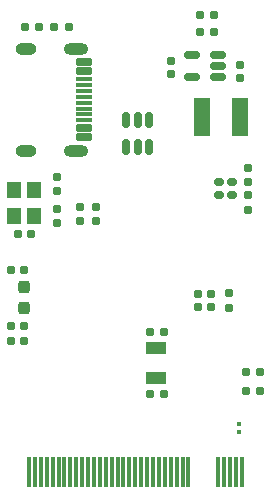
<source format=gbr>
%TF.GenerationSoftware,KiCad,Pcbnew,9.0.0*%
%TF.CreationDate,2025-02-28T21:47:31+01:00*%
%TF.ProjectId,ESP32S3_M.2_Board,45535033-3253-4335-9f4d-2e325f426f61,rev?*%
%TF.SameCoordinates,Original*%
%TF.FileFunction,Paste,Bot*%
%TF.FilePolarity,Positive*%
%FSLAX46Y46*%
G04 Gerber Fmt 4.6, Leading zero omitted, Abs format (unit mm)*
G04 Created by KiCad (PCBNEW 9.0.0) date 2025-02-28 21:47:31*
%MOMM*%
%LPD*%
G01*
G04 APERTURE LIST*
G04 Aperture macros list*
%AMRoundRect*
0 Rectangle with rounded corners*
0 $1 Rounding radius*
0 $2 $3 $4 $5 $6 $7 $8 $9 X,Y pos of 4 corners*
0 Add a 4 corners polygon primitive as box body*
4,1,4,$2,$3,$4,$5,$6,$7,$8,$9,$2,$3,0*
0 Add four circle primitives for the rounded corners*
1,1,$1+$1,$2,$3*
1,1,$1+$1,$4,$5*
1,1,$1+$1,$6,$7*
1,1,$1+$1,$8,$9*
0 Add four rect primitives between the rounded corners*
20,1,$1+$1,$2,$3,$4,$5,0*
20,1,$1+$1,$4,$5,$6,$7,0*
20,1,$1+$1,$6,$7,$8,$9,0*
20,1,$1+$1,$8,$9,$2,$3,0*%
G04 Aperture macros list end*
%ADD10O,1.800000X1.000000*%
%ADD11RoundRect,0.075000X0.625000X-0.075000X0.625000X0.075000X-0.625000X0.075000X-0.625000X-0.075000X0*%
%ADD12RoundRect,0.150000X0.550000X-0.150000X0.550000X0.150000X-0.550000X0.150000X-0.550000X-0.150000X0*%
%ADD13O,2.100000X1.000000*%
%ADD14R,1.400000X3.300000*%
%ADD15R,0.350000X2.500000*%
%ADD16RoundRect,0.150000X0.512500X0.150000X-0.512500X0.150000X-0.512500X-0.150000X0.512500X-0.150000X0*%
%ADD17R,1.800000X1.000000*%
%ADD18RoundRect,0.160000X-0.197500X-0.160000X0.197500X-0.160000X0.197500X0.160000X-0.197500X0.160000X0*%
%ADD19RoundRect,0.079500X-0.100500X0.079500X-0.100500X-0.079500X0.100500X-0.079500X0.100500X0.079500X0*%
%ADD20RoundRect,0.155000X0.212500X0.155000X-0.212500X0.155000X-0.212500X-0.155000X0.212500X-0.155000X0*%
%ADD21RoundRect,0.155000X-0.155000X0.212500X-0.155000X-0.212500X0.155000X-0.212500X0.155000X0.212500X0*%
%ADD22RoundRect,0.237500X-0.237500X0.287500X-0.237500X-0.287500X0.237500X-0.287500X0.237500X0.287500X0*%
%ADD23RoundRect,0.155000X-0.212500X-0.155000X0.212500X-0.155000X0.212500X0.155000X-0.212500X0.155000X0*%
%ADD24R,1.200000X1.400000*%
%ADD25RoundRect,0.160000X-0.160000X0.197500X-0.160000X-0.197500X0.160000X-0.197500X0.160000X0.197500X0*%
%ADD26RoundRect,0.155000X0.155000X-0.212500X0.155000X0.212500X-0.155000X0.212500X-0.155000X-0.212500X0*%
%ADD27RoundRect,0.160000X0.197500X0.160000X-0.197500X0.160000X-0.197500X-0.160000X0.197500X-0.160000X0*%
%ADD28RoundRect,0.150000X-0.150000X0.512500X-0.150000X-0.512500X0.150000X-0.512500X0.150000X0.512500X0*%
%ADD29RoundRect,0.160000X-0.222500X-0.160000X0.222500X-0.160000X0.222500X0.160000X-0.222500X0.160000X0*%
%ADD30RoundRect,0.160000X0.160000X-0.197500X0.160000X0.197500X-0.160000X0.197500X-0.160000X-0.197500X0*%
G04 APERTURE END LIST*
D10*
%TO.C,J1*%
X219685000Y-104620000D03*
D11*
X224560000Y-101050000D03*
X224560000Y-102050000D03*
X224560000Y-100050000D03*
X224560000Y-101550000D03*
D12*
X224560000Y-97100000D03*
D11*
X224560000Y-99050000D03*
D12*
X224560000Y-97100000D03*
D11*
X224560000Y-100550000D03*
D12*
X224560000Y-97900000D03*
X224560000Y-97900000D03*
D11*
X224560000Y-98550000D03*
X224560000Y-99550000D03*
D12*
X224560000Y-103500000D03*
X224560000Y-102700000D03*
X224560000Y-102700000D03*
X224560000Y-103500000D03*
D13*
X223865000Y-104620000D03*
D10*
X219685000Y-95980000D03*
D13*
X223865000Y-95980000D03*
%TD*%
D14*
%TO.C,L1*%
X237750000Y-101737500D03*
X234550000Y-101737500D03*
%TD*%
D15*
%TO.C,J2*%
X237900000Y-131850000D03*
X237400000Y-131850000D03*
X236900000Y-131850000D03*
X236400000Y-131850000D03*
X235900000Y-131850000D03*
X233400000Y-131850000D03*
X232900000Y-131850000D03*
X232400000Y-131850000D03*
X231900000Y-131850000D03*
X231400000Y-131850000D03*
X230900000Y-131850000D03*
X230400000Y-131850000D03*
X229900000Y-131850000D03*
X229400000Y-131850000D03*
X228900000Y-131850000D03*
X228400000Y-131850000D03*
X227900000Y-131850000D03*
X227400000Y-131850000D03*
X226900000Y-131850000D03*
X226400000Y-131850000D03*
X225900000Y-131850000D03*
X225400000Y-131850000D03*
X224900000Y-131850000D03*
X224400000Y-131850000D03*
X223900000Y-131850000D03*
X223400000Y-131850000D03*
X222900000Y-131850000D03*
X222400000Y-131850000D03*
X221900000Y-131850000D03*
X221400000Y-131850000D03*
X220900000Y-131850000D03*
X220400000Y-131850000D03*
X219900000Y-131850000D03*
%TD*%
D16*
%TO.C,U2*%
X235937500Y-96487500D03*
X235937500Y-97437500D03*
X235937500Y-98387500D03*
X233662500Y-98387500D03*
X233662500Y-96487500D03*
%TD*%
D17*
%TO.C,Y2*%
X230665000Y-123860000D03*
X230665000Y-121360000D03*
%TD*%
D18*
%TO.C,R7*%
X234352500Y-94550000D03*
X235547500Y-94550000D03*
%TD*%
D19*
%TO.C,JP2*%
X237650000Y-127755000D03*
X237650000Y-128445000D03*
%TD*%
D20*
%TO.C,C9*%
X219500000Y-119475000D03*
X218365000Y-119475000D03*
%TD*%
D21*
%TO.C,C20*%
X235300000Y-116732500D03*
X235300000Y-117867500D03*
%TD*%
D22*
%TO.C,L2*%
X219500000Y-116200000D03*
X219500000Y-117950000D03*
%TD*%
D21*
%TO.C,C13*%
X225600000Y-109415000D03*
X225600000Y-110550000D03*
%TD*%
D23*
%TO.C,C5*%
X238290000Y-123375000D03*
X239425000Y-123375000D03*
%TD*%
D24*
%TO.C,Y1*%
X218600000Y-110150000D03*
X218600000Y-107950000D03*
X220300000Y-107950000D03*
X220300000Y-110150000D03*
%TD*%
D25*
%TO.C,R8*%
X236800000Y-116702500D03*
X236800000Y-117897500D03*
%TD*%
D26*
%TO.C,C7*%
X237750000Y-98492500D03*
X237750000Y-97357500D03*
%TD*%
%TO.C,C21*%
X222250000Y-108017500D03*
X222250000Y-106882500D03*
%TD*%
%TO.C,C6*%
X231950000Y-98117500D03*
X231950000Y-96982500D03*
%TD*%
D27*
%TO.C,R2*%
X220772500Y-94150000D03*
X219577500Y-94150000D03*
%TD*%
%TO.C,R6*%
X235547500Y-93150000D03*
X234352500Y-93150000D03*
%TD*%
D28*
%TO.C,U1*%
X228150000Y-102012500D03*
X229100000Y-102012500D03*
X230050000Y-102012500D03*
X230050000Y-104287500D03*
X229100000Y-104287500D03*
X228150000Y-104287500D03*
%TD*%
D23*
%TO.C,C4*%
X238282500Y-124975000D03*
X239417500Y-124975000D03*
%TD*%
D20*
%TO.C,C10*%
X219500000Y-120750000D03*
X218365000Y-120750000D03*
%TD*%
D25*
%TO.C,R9*%
X222243071Y-109583871D03*
X222243071Y-110778871D03*
%TD*%
D18*
%TO.C,R1*%
X222052500Y-94150000D03*
X223247500Y-94150000D03*
%TD*%
D20*
%TO.C,C8*%
X219492500Y-114700000D03*
X218357500Y-114700000D03*
%TD*%
D29*
%TO.C,D1*%
X235977500Y-107250000D03*
X237122500Y-107250000D03*
%TD*%
D23*
%TO.C,C19*%
X218953210Y-111701651D03*
X220088210Y-111701651D03*
%TD*%
%TO.C,C22*%
X230152500Y-125257500D03*
X231287500Y-125257500D03*
%TD*%
D30*
%TO.C,R12*%
X238400000Y-109597500D03*
X238400000Y-108402500D03*
%TD*%
D25*
%TO.C,R11*%
X238400000Y-106052500D03*
X238400000Y-107247500D03*
%TD*%
D29*
%TO.C,D2*%
X235977500Y-108350000D03*
X237122500Y-108350000D03*
%TD*%
D21*
%TO.C,C14*%
X224225000Y-109415000D03*
X224225000Y-110550000D03*
%TD*%
%TO.C,C17*%
X234250000Y-116732500D03*
X234250000Y-117867500D03*
%TD*%
D23*
%TO.C,C24*%
X230152500Y-119982500D03*
X231287500Y-119982500D03*
%TD*%
M02*

</source>
